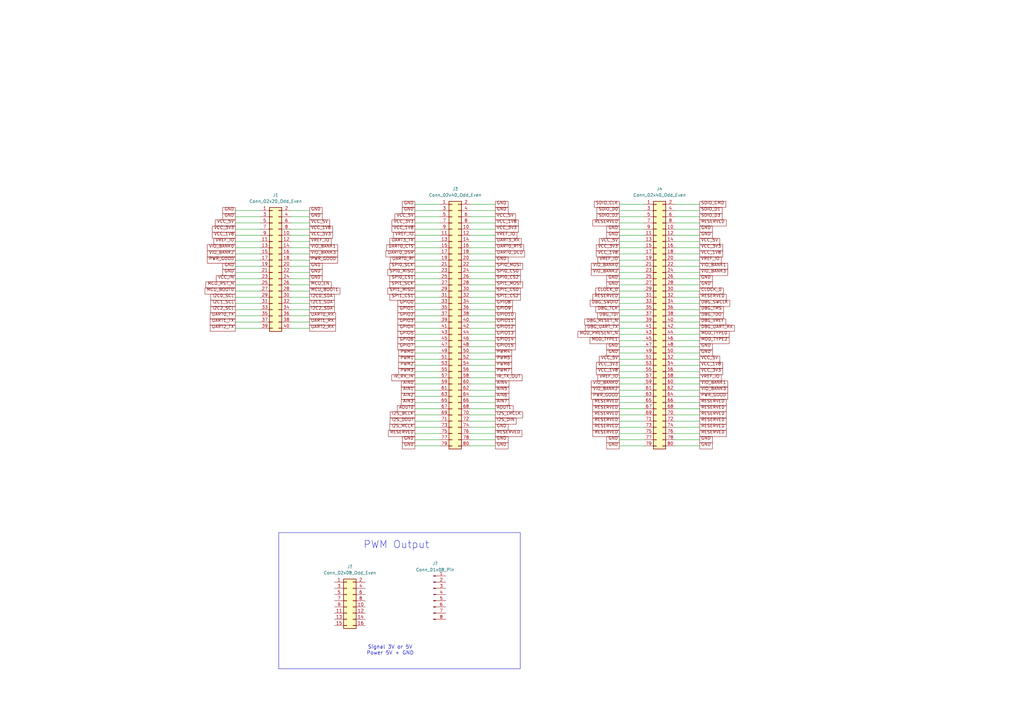
<source format=kicad_sch>
(kicad_sch (version 20250114) (generator "eeschema") (generator_version "9.0")
  (paper "A3")
  (title_block (date "2025-12-31") (rev "0.5") (company "Rapport Tecnologia"))
  (lib_symbols
    (symbol "Connector:Conn_01x08_Pin" (pin_names (offset 1.016) (hide yes))
      (property "Reference" "J" (at 0 10.16 0))
      (property "Value" "Conn_01x08_Pin" (at 0 -12.7 0))
      (symbol "Conn_01x08_Pin_1_1"
        (pin passive line (at 5.08 7.62 180) (length 3.81) (name "Pin_1") (number "1"))
        (pin passive line (at 5.08 5.08 180) (length 3.81) (name "Pin_2") (number "2"))
        (pin passive line (at 5.08 2.54 180) (length 3.81) (name "Pin_3") (number "3"))
        (pin passive line (at 5.08 0 180) (length 3.81) (name "Pin_4") (number "4"))
        (pin passive line (at 5.08 -2.54 180) (length 3.81) (name "Pin_5") (number "5"))
        (pin passive line (at 5.08 -5.08 180) (length 3.81) (name "Pin_6") (number "6"))
        (pin passive line (at 5.08 -7.62 180) (length 3.81) (name "Pin_7") (number "7"))
        (pin passive line (at 5.08 -10.16 180) (length 3.81) (name "Pin_8") (number "8"))
      )
    )
    (symbol "Connector_Generic:Conn_02x08_Odd_Even" (pin_names (offset 1.016) (hide yes))
      (property "Reference" "J" (at 1.27 10.16 0))
      (property "Value" "Conn_02x08_Odd_Even" (at 1.27 -12.7 0))
      (symbol "Conn_02x08_Odd_Even_1_1"
        (pin passive line (at -5.08 7.62 0) (length 3.81) (name "Pin_1") (number "1"))
        (pin passive line (at -5.08 5.08 0) (length 3.81) (name "Pin_3") (number "3"))
        (pin passive line (at -5.08 2.54 0) (length 3.81) (name "Pin_5") (number "5"))
        (pin passive line (at -5.08 0 0) (length 3.81) (name "Pin_7") (number "7"))
        (pin passive line (at -5.08 -2.54 0) (length 3.81) (name "Pin_9") (number "9"))
        (pin passive line (at -5.08 -5.08 0) (length 3.81) (name "Pin_11") (number "11"))
        (pin passive line (at -5.08 -7.62 0) (length 3.81) (name "Pin_13") (number "13"))
        (pin passive line (at -5.08 -10.16 0) (length 3.81) (name "Pin_15") (number "15"))
        (pin passive line (at 7.62 7.62 180) (length 3.81) (name "Pin_2") (number "2"))
        (pin passive line (at 7.62 5.08 180) (length 3.81) (name "Pin_4") (number "4"))
        (pin passive line (at 7.62 2.54 180) (length 3.81) (name "Pin_6") (number "6"))
        (pin passive line (at 7.62 0 180) (length 3.81) (name "Pin_8") (number "8"))
        (pin passive line (at 7.62 -2.54 180) (length 3.81) (name "Pin_10") (number "10"))
        (pin passive line (at 7.62 -5.08 180) (length 3.81) (name "Pin_12") (number "12"))
        (pin passive line (at 7.62 -7.62 180) (length 3.81) (name "Pin_14") (number "14"))
        (pin passive line (at 7.62 -10.16 180) (length 3.81) (name "Pin_16") (number "16"))
      )
    )
    (symbol "Connector_Generic:Conn_02x20_Odd_Even" (pin_names (offset 1.016) (hide yes))
      (property "Reference" "J" (at 1.27 25.4 0))
      (property "Value" "Conn_02x20_Odd_Even" (at 1.27 -27.94 0))
      (symbol "Conn_02x20_Odd_Even_1_1"
        (pin passive line (at -5.08 22.86 0) (length 3.81) (name "Pin_1") (number "1"))
        (pin passive line (at -5.08 20.32 0) (length 3.81) (name "Pin_3") (number "3"))
        (pin passive line (at -5.08 17.78 0) (length 3.81) (name "Pin_5") (number "5"))
        (pin passive line (at -5.08 15.24 0) (length 3.81) (name "Pin_7") (number "7"))
        (pin passive line (at -5.08 12.7 0) (length 3.81) (name "Pin_9") (number "9"))
        (pin passive line (at -5.08 10.16 0) (length 3.81) (name "Pin_11") (number "11"))
        (pin passive line (at -5.08 7.62 0) (length 3.81) (name "Pin_13") (number "13"))
        (pin passive line (at -5.08 5.08 0) (length 3.81) (name "Pin_15") (number "15"))
        (pin passive line (at -5.08 2.54 0) (length 3.81) (name "Pin_17") (number "17"))
        (pin passive line (at -5.08 0 0) (length 3.81) (name "Pin_19") (number "19"))
        (pin passive line (at -5.08 -2.54 0) (length 3.81) (name "Pin_21") (number "21"))
        (pin passive line (at -5.08 -5.08 0) (length 3.81) (name "Pin_23") (number "23"))
        (pin passive line (at -5.08 -7.62 0) (length 3.81) (name "Pin_25") (number "25"))
        (pin passive line (at -5.08 -10.16 0) (length 3.81) (name "Pin_27") (number "27"))
        (pin passive line (at -5.08 -12.7 0) (length 3.81) (name "Pin_29") (number "29"))
        (pin passive line (at -5.08 -15.24 0) (length 3.81) (name "Pin_31") (number "31"))
        (pin passive line (at -5.08 -17.78 0) (length 3.81) (name "Pin_33") (number "33"))
        (pin passive line (at -5.08 -20.32 0) (length 3.81) (name "Pin_35") (number "35"))
        (pin passive line (at -5.08 -22.86 0) (length 3.81) (name "Pin_37") (number "37"))
        (pin passive line (at -5.08 -25.4 0) (length 3.81) (name "Pin_39") (number "39"))
        (pin passive line (at 7.62 22.86 180) (length 3.81) (name "Pin_2") (number "2"))
        (pin passive line (at 7.62 20.32 180) (length 3.81) (name "Pin_4") (number "4"))
        (pin passive line (at 7.62 17.78 180) (length 3.81) (name "Pin_6") (number "6"))
        (pin passive line (at 7.62 15.24 180) (length 3.81) (name "Pin_8") (number "8"))
        (pin passive line (at 7.62 12.7 180) (length 3.81) (name "Pin_10") (number "10"))
        (pin passive line (at 7.62 10.16 180) (length 3.81) (name "Pin_12") (number "12"))
        (pin passive line (at 7.62 7.62 180) (length 3.81) (name "Pin_14") (number "14"))
        (pin passive line (at 7.62 5.08 180) (length 3.81) (name "Pin_16") (number "16"))
        (pin passive line (at 7.62 2.54 180) (length 3.81) (name "Pin_18") (number "18"))
        (pin passive line (at 7.62 0 180) (length 3.81) (name "Pin_20") (number "20"))
        (pin passive line (at 7.62 -2.54 180) (length 3.81) (name "Pin_22") (number "22"))
        (pin passive line (at 7.62 -5.08 180) (length 3.81) (name "Pin_24") (number "24"))
        (pin passive line (at 7.62 -7.62 180) (length 3.81) (name "Pin_26") (number "26"))
        (pin passive line (at 7.62 -10.16 180) (length 3.81) (name "Pin_28") (number "28"))
        (pin passive line (at 7.62 -12.7 180) (length 3.81) (name "Pin_30") (number "30"))
        (pin passive line (at 7.62 -15.24 180) (length 3.81) (name "Pin_32") (number "32"))
        (pin passive line (at 7.62 -17.78 180) (length 3.81) (name "Pin_34") (number "34"))
        (pin passive line (at 7.62 -20.32 180) (length 3.81) (name "Pin_36") (number "36"))
        (pin passive line (at 7.62 -22.86 180) (length 3.81) (name "Pin_38") (number "38"))
        (pin passive line (at 7.62 -25.4 180) (length 3.81) (name "Pin_40") (number "40"))
      )
    )
    (symbol "Connector_Generic:Conn_02x40_Odd_Even" (pin_names (offset 1.016) (hide yes))
      (property "Reference" "J" (at 1.27 50.8 0))
      (property "Value" "Conn_02x40_Odd_Even" (at 1.27 -53.34 0))
      (symbol "Conn_02x40_Odd_Even_1_1"
        (pin passive line (at -5.08 48.26 0) (length 3.81) (name "Pin_1") (number "1"))
        (pin passive line (at -5.08 45.72 0) (length 3.81) (name "Pin_3") (number "3"))
        (pin passive line (at -5.08 43.18 0) (length 3.81) (name "Pin_5") (number "5"))
        (pin passive line (at -5.08 40.64 0) (length 3.81) (name "Pin_7") (number "7"))
        (pin passive line (at -5.08 38.1 0) (length 3.81) (name "Pin_9") (number "9"))
        (pin passive line (at -5.08 35.56 0) (length 3.81) (name "Pin_11") (number "11"))
        (pin passive line (at -5.08 33.02 0) (length 3.81) (name "Pin_13") (number "13"))
        (pin passive line (at -5.08 30.48 0) (length 3.81) (name "Pin_15") (number "15"))
        (pin passive line (at -5.08 27.94 0) (length 3.81) (name "Pin_17") (number "17"))
        (pin passive line (at -5.08 25.4 0) (length 3.81) (name "Pin_19") (number "19"))
        (pin passive line (at -5.08 22.86 0) (length 3.81) (name "Pin_21") (number "21"))
        (pin passive line (at -5.08 20.32 0) (length 3.81) (name "Pin_23") (number "23"))
        (pin passive line (at -5.08 17.78 0) (length 3.81) (name "Pin_25") (number "25"))
        (pin passive line (at -5.08 15.24 0) (length 3.81) (name "Pin_27") (number "27"))
        (pin passive line (at -5.08 12.7 0) (length 3.81) (name "Pin_29") (number "29"))
        (pin passive line (at -5.08 10.16 0) (length 3.81) (name "Pin_31") (number "31"))
        (pin passive line (at -5.08 7.62 0) (length 3.81) (name "Pin_33") (number "33"))
        (pin passive line (at -5.08 5.08 0) (length 3.81) (name "Pin_35") (number "35"))
        (pin passive line (at -5.08 2.54 0) (length 3.81) (name "Pin_37") (number "37"))
        (pin passive line (at -5.08 0 0) (length 3.81) (name "Pin_39") (number "39"))
        (pin passive line (at -5.08 -2.54 0) (length 3.81) (name "Pin_41") (number "41"))
        (pin passive line (at -5.08 -5.08 0) (length 3.81) (name "Pin_43") (number "43"))
        (pin passive line (at -5.08 -7.62 0) (length 3.81) (name "Pin_45") (number "45"))
        (pin passive line (at -5.08 -10.16 0) (length 3.81) (name "Pin_47") (number "47"))
        (pin passive line (at -5.08 -12.7 0) (length 3.81) (name "Pin_49") (number "49"))
        (pin passive line (at -5.08 -15.24 0) (length 3.81) (name "Pin_51") (number "51"))
        (pin passive line (at -5.08 -17.78 0) (length 3.81) (name "Pin_53") (number "53"))
        (pin passive line (at -5.08 -20.32 0) (length 3.81) (name "Pin_55") (number "55"))
        (pin passive line (at -5.08 -22.86 0) (length 3.81) (name "Pin_57") (number "57"))
        (pin passive line (at -5.08 -25.4 0) (length 3.81) (name "Pin_59") (number "59"))
        (pin passive line (at -5.08 -27.94 0) (length 3.81) (name "Pin_61") (number "61"))
        (pin passive line (at -5.08 -30.48 0) (length 3.81) (name "Pin_63") (number "63"))
        (pin passive line (at -5.08 -33.02 0) (length 3.81) (name "Pin_65") (number "65"))
        (pin passive line (at -5.08 -35.56 0) (length 3.81) (name "Pin_67") (number "67"))
        (pin passive line (at -5.08 -38.1 0) (length 3.81) (name "Pin_69") (number "69"))
        (pin passive line (at -5.08 -40.64 0) (length 3.81) (name "Pin_71") (number "71"))
        (pin passive line (at -5.08 -43.18 0) (length 3.81) (name "Pin_73") (number "73"))
        (pin passive line (at -5.08 -45.72 0) (length 3.81) (name "Pin_75") (number "75"))
        (pin passive line (at -5.08 -48.26 0) (length 3.81) (name "Pin_77") (number "77"))
        (pin passive line (at -5.08 -50.8 0) (length 3.81) (name "Pin_79") (number "79"))
        (pin passive line (at 7.62 48.26 180) (length 3.81) (name "Pin_2") (number "2"))
        (pin passive line (at 7.62 45.72 180) (length 3.81) (name "Pin_4") (number "4"))
        (pin passive line (at 7.62 43.18 180) (length 3.81) (name "Pin_6") (number "6"))
        (pin passive line (at 7.62 40.64 180) (length 3.81) (name "Pin_8") (number "8"))
        (pin passive line (at 7.62 38.1 180) (length 3.81) (name "Pin_10") (number "10"))
        (pin passive line (at 7.62 35.56 180) (length 3.81) (name "Pin_12") (number "12"))
        (pin passive line (at 7.62 33.02 180) (length 3.81) (name "Pin_14") (number "14"))
        (pin passive line (at 7.62 30.48 180) (length 3.81) (name "Pin_16") (number "16"))
        (pin passive line (at 7.62 27.94 180) (length 3.81) (name "Pin_18") (number "18"))
        (pin passive line (at 7.62 25.4 180) (length 3.81) (name "Pin_20") (number "20"))
        (pin passive line (at 7.62 22.86 180) (length 3.81) (name "Pin_22") (number "22"))
        (pin passive line (at 7.62 20.32 180) (length 3.81) (name "Pin_24") (number "24"))
        (pin passive line (at 7.62 17.78 180) (length 3.81) (name "Pin_26") (number "26"))
        (pin passive line (at 7.62 15.24 180) (length 3.81) (name "Pin_28") (number "28"))
        (pin passive line (at 7.62 12.7 180) (length 3.81) (name "Pin_30") (number "30"))
        (pin passive line (at 7.62 10.16 180) (length 3.81) (name "Pin_32") (number "32"))
        (pin passive line (at 7.62 7.62 180) (length 3.81) (name "Pin_34") (number "34"))
        (pin passive line (at 7.62 5.08 180) (length 3.81) (name "Pin_36") (number "36"))
        (pin passive line (at 7.62 2.54 180) (length 3.81) (name "Pin_38") (number "38"))
        (pin passive line (at 7.62 0 180) (length 3.81) (name "Pin_40") (number "40"))
        (pin passive line (at 7.62 -2.54 180) (length 3.81) (name "Pin_42") (number "42"))
        (pin passive line (at 7.62 -5.08 180) (length 3.81) (name "Pin_44") (number "44"))
        (pin passive line (at 7.62 -7.62 180) (length 3.81) (name "Pin_46") (number "46"))
        (pin passive line (at 7.62 -10.16 180) (length 3.81) (name "Pin_48") (number "48"))
        (pin passive line (at 7.62 -12.7 180) (length 3.81) (name "Pin_50") (number "50"))
        (pin passive line (at 7.62 -15.24 180) (length 3.81) (name "Pin_52") (number "52"))
        (pin passive line (at 7.62 -17.78 180) (length 3.81) (name "Pin_54") (number "54"))
        (pin passive line (at 7.62 -20.32 180) (length 3.81) (name "Pin_56") (number "56"))
        (pin passive line (at 7.62 -22.86 180) (length 3.81) (name "Pin_58") (number "58"))
        (pin passive line (at 7.62 -25.4 180) (length 3.81) (name "Pin_60") (number "60"))
        (pin passive line (at 7.62 -27.94 180) (length 3.81) (name "Pin_62") (number "62"))
        (pin passive line (at 7.62 -30.48 180) (length 3.81) (name "Pin_64") (number "64"))
        (pin passive line (at 7.62 -33.02 180) (length 3.81) (name "Pin_66") (number "66"))
        (pin passive line (at 7.62 -35.56 180) (length 3.81) (name "Pin_68") (number "68"))
        (pin passive line (at 7.62 -38.1 180) (length 3.81) (name "Pin_70") (number "70"))
        (pin passive line (at 7.62 -40.64 180) (length 3.81) (name "Pin_72") (number "72"))
        (pin passive line (at 7.62 -43.18 180) (length 3.81) (name "Pin_74") (number "74"))
        (pin passive line (at 7.62 -45.72 180) (length 3.81) (name "Pin_76") (number "76"))
        (pin passive line (at 7.62 -48.26 180) (length 3.81) (name "Pin_78") (number "78"))
        (pin passive line (at 7.62 -50.8 180) (length 3.81) (name "Pin_80") (number "80"))
      )
    )
  )
  (rectangle (start 114.3 218.44) (end 213.36 274.32))
  (text "Signal 3V or 5V\nPower 5V + GND" (at 160.02 266.7 0) (effects (font (size 1.5 1.5))))
  (text "PWM Output" (at 162.56 223.52 0) (effects (font (size 3 3))))
  (wire (pts (xy 96.52 111.76) (xy 106.68 111.76)))
  (wire (pts (xy 276.86 119.38) (xy 287.02 119.38)))
  (wire (pts (xy 96.52 109.22) (xy 106.68 109.22)))
  (wire (pts (xy 119.38 114.3) (xy 127 114.3)))
  (wire (pts (xy 276.86 86.36) (xy 287.02 86.36)))
  (wire (pts (xy 276.86 157.48) (xy 287.02 157.48)))
  (wire (pts (xy 254 134.62) (xy 264.16 134.62)))
  (wire (pts (xy 276.86 167.64) (xy 287.02 167.64)))
  (wire (pts (xy 276.86 144.78) (xy 287.02 144.78)))
  (wire (pts (xy 254 93.98) (xy 264.16 93.98)))
  (wire (pts (xy 254 152.4) (xy 264.16 152.4)))
  (wire (pts (xy 254 88.9) (xy 264.16 88.9)))
  (wire (pts (xy 254 167.64) (xy 264.16 167.64)))
  (wire (pts (xy 193.04 167.64) (xy 203.2 167.64)))
  (wire (pts (xy 170.18 106.68) (xy 180.34 106.68)))
  (wire (pts (xy 170.18 124.46) (xy 180.34 124.46)))
  (wire (pts (xy 276.86 93.98) (xy 287.02 93.98)))
  (wire (pts (xy 276.86 132.08) (xy 287.02 132.08)))
  (wire (pts (xy 119.38 104.14) (xy 127 104.14)))
  (wire (pts (xy 254 170.18) (xy 264.16 170.18)))
  (wire (pts (xy 193.04 101.6) (xy 203.2 101.6)))
  (wire (pts (xy 276.86 134.62) (xy 287.02 134.62)))
  (wire (pts (xy 254 144.78) (xy 264.16 144.78)))
  (wire (pts (xy 119.38 129.54) (xy 127 129.54)))
  (wire (pts (xy 276.86 91.44) (xy 287.02 91.44)))
  (wire (pts (xy 193.04 109.22) (xy 203.2 109.22)))
  (wire (pts (xy 193.04 154.94) (xy 203.2 154.94)))
  (wire (pts (xy 119.38 134.62) (xy 127 134.62)))
  (wire (pts (xy 276.86 172.72) (xy 287.02 172.72)))
  (wire (pts (xy 170.18 91.44) (xy 180.34 91.44)))
  (wire (pts (xy 276.86 104.14) (xy 287.02 104.14)))
  (wire (pts (xy 170.18 182.88) (xy 180.34 182.88)))
  (wire (pts (xy 254 139.7) (xy 264.16 139.7)))
  (wire (pts (xy 170.18 111.76) (xy 180.34 111.76)))
  (wire (pts (xy 96.52 96.52) (xy 106.68 96.52)))
  (wire (pts (xy 276.86 182.88) (xy 287.02 182.88)))
  (wire (pts (xy 119.38 116.84) (xy 127 116.84)))
  (wire (pts (xy 170.18 175.26) (xy 180.34 175.26)))
  (wire (pts (xy 276.86 127) (xy 287.02 127)))
  (wire (pts (xy 254 154.94) (xy 264.16 154.94)))
  (wire (pts (xy 254 114.3) (xy 264.16 114.3)))
  (wire (pts (xy 193.04 139.7) (xy 203.2 139.7)))
  (wire (pts (xy 193.04 162.56) (xy 203.2 162.56)))
  (wire (pts (xy 193.04 170.18) (xy 203.2 170.18)))
  (wire (pts (xy 254 182.88) (xy 264.16 182.88)))
  (wire (pts (xy 193.04 114.3) (xy 203.2 114.3)))
  (wire (pts (xy 276.86 99.06) (xy 287.02 99.06)))
  (wire (pts (xy 193.04 149.86) (xy 203.2 149.86)))
  (wire (pts (xy 276.86 88.9) (xy 287.02 88.9)))
  (wire (pts (xy 276.86 170.18) (xy 287.02 170.18)))
  (wire (pts (xy 170.18 137.16) (xy 180.34 137.16)))
  (wire (pts (xy 254 162.56) (xy 264.16 162.56)))
  (wire (pts (xy 193.04 121.92) (xy 203.2 121.92)))
  (wire (pts (xy 96.52 101.6) (xy 106.68 101.6)))
  (wire (pts (xy 170.18 177.8) (xy 180.34 177.8)))
  (wire (pts (xy 254 157.48) (xy 264.16 157.48)))
  (wire (pts (xy 170.18 170.18) (xy 180.34 170.18)))
  (wire (pts (xy 119.38 121.92) (xy 127 121.92)))
  (wire (pts (xy 276.86 106.68) (xy 287.02 106.68)))
  (wire (pts (xy 254 124.46) (xy 264.16 124.46)))
  (wire (pts (xy 119.38 101.6) (xy 127 101.6)))
  (wire (pts (xy 119.38 86.36) (xy 127 86.36)))
  (wire (pts (xy 254 104.14) (xy 264.16 104.14)))
  (wire (pts (xy 170.18 134.62) (xy 180.34 134.62)))
  (wire (pts (xy 276.86 149.86) (xy 287.02 149.86)))
  (wire (pts (xy 193.04 99.06) (xy 203.2 99.06)))
  (wire (pts (xy 193.04 129.54) (xy 203.2 129.54)))
  (wire (pts (xy 170.18 104.14) (xy 180.34 104.14)))
  (wire (pts (xy 170.18 99.06) (xy 180.34 99.06)))
  (wire (pts (xy 276.86 175.26) (xy 287.02 175.26)))
  (wire (pts (xy 276.86 121.92) (xy 287.02 121.92)))
  (wire (pts (xy 193.04 147.32) (xy 203.2 147.32)))
  (wire (pts (xy 254 142.24) (xy 264.16 142.24)))
  (wire (pts (xy 254 106.68) (xy 264.16 106.68)))
  (wire (pts (xy 193.04 91.44) (xy 203.2 91.44)))
  (wire (pts (xy 276.86 116.84) (xy 287.02 116.84)))
  (wire (pts (xy 170.18 165.1) (xy 180.34 165.1)))
  (wire (pts (xy 119.38 119.38) (xy 127 119.38)))
  (wire (pts (xy 170.18 88.9) (xy 180.34 88.9)))
  (wire (pts (xy 276.86 114.3) (xy 287.02 114.3)))
  (wire (pts (xy 170.18 129.54) (xy 180.34 129.54)))
  (wire (pts (xy 96.52 127) (xy 106.68 127)))
  (wire (pts (xy 193.04 88.9) (xy 203.2 88.9)))
  (wire (pts (xy 170.18 180.34) (xy 180.34 180.34)))
  (wire (pts (xy 119.38 124.46) (xy 127 124.46)))
  (wire (pts (xy 254 99.06) (xy 264.16 99.06)))
  (wire (pts (xy 193.04 175.26) (xy 203.2 175.26)))
  (wire (pts (xy 96.52 121.92) (xy 106.68 121.92)))
  (wire (pts (xy 170.18 139.7) (xy 180.34 139.7)))
  (wire (pts (xy 254 86.36) (xy 264.16 86.36)))
  (wire (pts (xy 119.38 109.22) (xy 127 109.22)))
  (wire (pts (xy 276.86 111.76) (xy 287.02 111.76)))
  (wire (pts (xy 276.86 124.46) (xy 287.02 124.46)))
  (wire (pts (xy 276.86 154.94) (xy 287.02 154.94)))
  (wire (pts (xy 254 91.44) (xy 264.16 91.44)))
  (wire (pts (xy 254 116.84) (xy 264.16 116.84)))
  (wire (pts (xy 96.52 134.62) (xy 106.68 134.62)))
  (wire (pts (xy 119.38 99.06) (xy 127 99.06)))
  (wire (pts (xy 193.04 172.72) (xy 203.2 172.72)))
  (wire (pts (xy 170.18 114.3) (xy 180.34 114.3)))
  (wire (pts (xy 276.86 109.22) (xy 287.02 109.22)))
  (wire (pts (xy 119.38 106.68) (xy 127 106.68)))
  (wire (pts (xy 96.52 88.9) (xy 106.68 88.9)))
  (wire (pts (xy 193.04 165.1) (xy 203.2 165.1)))
  (wire (pts (xy 193.04 180.34) (xy 203.2 180.34)))
  (wire (pts (xy 254 137.16) (xy 264.16 137.16)))
  (wire (pts (xy 254 172.72) (xy 264.16 172.72)))
  (wire (pts (xy 96.52 132.08) (xy 106.68 132.08)))
  (wire (pts (xy 96.52 116.84) (xy 106.68 116.84)))
  (wire (pts (xy 170.18 172.72) (xy 180.34 172.72)))
  (wire (pts (xy 193.04 111.76) (xy 203.2 111.76)))
  (wire (pts (xy 254 121.92) (xy 264.16 121.92)))
  (wire (pts (xy 193.04 93.98) (xy 203.2 93.98)))
  (wire (pts (xy 119.38 132.08) (xy 127 132.08)))
  (wire (pts (xy 96.52 106.68) (xy 106.68 106.68)))
  (wire (pts (xy 193.04 83.82) (xy 203.2 83.82)))
  (wire (pts (xy 276.86 137.16) (xy 287.02 137.16)))
  (wire (pts (xy 193.04 119.38) (xy 203.2 119.38)))
  (wire (pts (xy 276.86 96.52) (xy 287.02 96.52)))
  (wire (pts (xy 193.04 142.24) (xy 203.2 142.24)))
  (wire (pts (xy 119.38 93.98) (xy 127 93.98)))
  (wire (pts (xy 193.04 157.48) (xy 203.2 157.48)))
  (wire (pts (xy 276.86 152.4) (xy 287.02 152.4)))
  (wire (pts (xy 276.86 83.82) (xy 287.02 83.82)))
  (wire (pts (xy 96.52 114.3) (xy 106.68 114.3)))
  (wire (pts (xy 276.86 139.7) (xy 287.02 139.7)))
  (wire (pts (xy 193.04 137.16) (xy 203.2 137.16)))
  (wire (pts (xy 119.38 111.76) (xy 127 111.76)))
  (wire (pts (xy 119.38 88.9) (xy 127 88.9)))
  (wire (pts (xy 170.18 132.08) (xy 180.34 132.08)))
  (wire (pts (xy 193.04 132.08) (xy 203.2 132.08)))
  (wire (pts (xy 96.52 124.46) (xy 106.68 124.46)))
  (wire (pts (xy 170.18 147.32) (xy 180.34 147.32)))
  (wire (pts (xy 170.18 86.36) (xy 180.34 86.36)))
  (wire (pts (xy 170.18 160.02) (xy 180.34 160.02)))
  (wire (pts (xy 254 119.38) (xy 264.16 119.38)))
  (wire (pts (xy 254 127) (xy 264.16 127)))
  (wire (pts (xy 276.86 162.56) (xy 287.02 162.56)))
  (wire (pts (xy 254 83.82) (xy 264.16 83.82)))
  (wire (pts (xy 193.04 134.62) (xy 203.2 134.62)))
  (wire (pts (xy 254 147.32) (xy 264.16 147.32)))
  (wire (pts (xy 254 165.1) (xy 264.16 165.1)))
  (wire (pts (xy 170.18 167.64) (xy 180.34 167.64)))
  (wire (pts (xy 254 109.22) (xy 264.16 109.22)))
  (wire (pts (xy 170.18 121.92) (xy 180.34 121.92)))
  (wire (pts (xy 193.04 104.14) (xy 203.2 104.14)))
  (wire (pts (xy 170.18 157.48) (xy 180.34 157.48)))
  (wire (pts (xy 119.38 96.52) (xy 127 96.52)))
  (wire (pts (xy 193.04 177.8) (xy 203.2 177.8)))
  (wire (pts (xy 96.52 99.06) (xy 106.68 99.06)))
  (wire (pts (xy 119.38 91.44) (xy 127 91.44)))
  (wire (pts (xy 170.18 149.86) (xy 180.34 149.86)))
  (wire (pts (xy 170.18 152.4) (xy 180.34 152.4)))
  (wire (pts (xy 170.18 154.94) (xy 180.34 154.94)))
  (wire (pts (xy 170.18 116.84) (xy 180.34 116.84)))
  (wire (pts (xy 276.86 101.6) (xy 287.02 101.6)))
  (wire (pts (xy 170.18 127) (xy 180.34 127)))
  (wire (pts (xy 193.04 144.78) (xy 203.2 144.78)))
  (wire (pts (xy 193.04 182.88) (xy 203.2 182.88)))
  (wire (pts (xy 254 129.54) (xy 264.16 129.54)))
  (wire (pts (xy 193.04 160.02) (xy 203.2 160.02)))
  (wire (pts (xy 170.18 93.98) (xy 180.34 93.98)))
  (wire (pts (xy 170.18 83.82) (xy 180.34 83.82)))
  (wire (pts (xy 276.86 142.24) (xy 287.02 142.24)))
  (wire (pts (xy 96.52 91.44) (xy 106.68 91.44)))
  (wire (pts (xy 254 175.26) (xy 264.16 175.26)))
  (wire (pts (xy 119.38 127) (xy 127 127)))
  (wire (pts (xy 254 160.02) (xy 264.16 160.02)))
  (wire (pts (xy 170.18 162.56) (xy 180.34 162.56)))
  (wire (pts (xy 254 180.34) (xy 264.16 180.34)))
  (wire (pts (xy 254 101.6) (xy 264.16 101.6)))
  (wire (pts (xy 193.04 106.68) (xy 203.2 106.68)))
  (wire (pts (xy 276.86 180.34) (xy 287.02 180.34)))
  (wire (pts (xy 276.86 160.02) (xy 287.02 160.02)))
  (wire (pts (xy 170.18 142.24) (xy 180.34 142.24)))
  (wire (pts (xy 96.52 93.98) (xy 106.68 93.98)))
  (wire (pts (xy 254 132.08) (xy 264.16 132.08)))
  (wire (pts (xy 254 96.52) (xy 264.16 96.52)))
  (wire (pts (xy 254 149.86) (xy 264.16 149.86)))
  (wire (pts (xy 193.04 116.84) (xy 203.2 116.84)))
  (wire (pts (xy 96.52 86.36) (xy 106.68 86.36)))
  (wire (pts (xy 193.04 96.52) (xy 203.2 96.52)))
  (wire (pts (xy 276.86 129.54) (xy 287.02 129.54)))
  (wire (pts (xy 254 111.76) (xy 264.16 111.76)))
  (wire (pts (xy 170.18 109.22) (xy 180.34 109.22)))
  (wire (pts (xy 254 177.8) (xy 264.16 177.8)))
  (wire (pts (xy 193.04 127) (xy 203.2 127)))
  (wire (pts (xy 96.52 129.54) (xy 106.68 129.54)))
  (wire (pts (xy 193.04 86.36) (xy 203.2 86.36)))
  (wire (pts (xy 276.86 147.32) (xy 287.02 147.32)))
  (wire (pts (xy 96.52 119.38) (xy 106.68 119.38)))
  (wire (pts (xy 170.18 96.52) (xy 180.34 96.52)))
  (wire (pts (xy 170.18 101.6) (xy 180.34 101.6)))
  (wire (pts (xy 170.18 144.78) (xy 180.34 144.78)))
  (wire (pts (xy 170.18 119.38) (xy 180.34 119.38)))
  (wire (pts (xy 193.04 152.4) (xy 203.2 152.4)))
  (wire (pts (xy 276.86 177.8) (xy 287.02 177.8)))
  (wire (pts (xy 96.52 104.14) (xy 106.68 104.14)))
  (wire (pts (xy 193.04 124.46) (xy 203.2 124.46)))
  (wire (pts (xy 276.86 165.1) (xy 287.02 165.1)))
  (global_label "PWM3" (shape passive) (at 170.18 152.4 180) (property "Intersheetrefs" "${INTERSHEET_REFS}" (effects (hide yes))))
  (global_label "RESERVED" (shape passive) (at 254 177.8 180) (property "Intersheetrefs" "${INTERSHEET_REFS}" (effects (hide yes))))
  (global_label "I2C1_SCL" (shape passive) (at 96.52 124.46 180) (property "Intersheetrefs" "${INTERSHEET_REFS}" (effects (hide yes))))
  (global_label "AOUT1" (shape passive) (at 203.2 167.64 0) (property "Intersheetrefs" "${INTERSHEET_REFS}" (effects (hide yes))))
  (global_label "GPIO3" (shape passive) (at 170.18 132.08 180) (property "Intersheetrefs" "${INTERSHEET_REFS}" (effects (hide yes))))
  (global_label "GPIO8" (shape passive) (at 203.2 124.46 0) (property "Intersheetrefs" "${INTERSHEET_REFS}" (effects (hide yes))))
  (global_label "GND" (shape passive) (at 127 114.3 0) (property "Intersheetrefs" "${INTERSHEET_REFS}" (effects (hide yes))))
  (global_label "MCU_BOOT0" (shape passive) (at 96.52 119.38 180) (property "Intersheetrefs" "${INTERSHEET_REFS}" (effects (hide yes))))
  (global_label "RESERVED" (shape passive) (at 254 167.64 180) (property "Intersheetrefs" "${INTERSHEET_REFS}" (effects (hide yes))))
  (global_label "RESERVED" (shape passive) (at 287.02 91.44 0) (property "Intersheetrefs" "${INTERSHEET_REFS}" (effects (hide yes))))
  (global_label "SPI0_MISO" (shape passive) (at 170.18 111.76 180) (property "Intersheetrefs" "${INTERSHEET_REFS}" (effects (hide yes))))
  (global_label "RESERVED" (shape passive) (at 287.02 170.18 0) (property "Intersheetrefs" "${INTERSHEET_REFS}" (effects (hide yes))))
  (global_label "PWR_GOOD" (shape passive) (at 127 106.68 0) (property "Intersheetrefs" "${INTERSHEET_REFS}" (effects (hide yes))))
  (global_label "GND" (shape passive) (at 96.52 109.22 180) (property "Intersheetrefs" "${INTERSHEET_REFS}" (effects (hide yes))))
  (global_label "RESERVED" (shape passive) (at 287.02 175.26 0) (property "Intersheetrefs" "${INTERSHEET_REFS}" (effects (hide yes))))
  (global_label "VCC_3V3" (shape passive) (at 287.02 152.4 0) (property "Intersheetrefs" "${INTERSHEET_REFS}" (effects (hide yes))))
  (global_label "RESERVED" (shape passive) (at 254 175.26 180) (property "Intersheetrefs" "${INTERSHEET_REFS}" (effects (hide yes))))
  (global_label "RESERVED" (shape passive) (at 287.02 165.1 0) (property "Intersheetrefs" "${INTERSHEET_REFS}" (effects (hide yes))))
  (global_label "GND" (shape passive) (at 96.52 111.76 180) (property "Intersheetrefs" "${INTERSHEET_REFS}" (effects (hide yes))))
  (global_label "PWM6" (shape passive) (at 203.2 149.86 0) (property "Intersheetrefs" "${INTERSHEET_REFS}" (effects (hide yes))))
  (global_label "UART2_TX" (shape passive) (at 96.52 134.62 180) (property "Intersheetrefs" "${INTERSHEET_REFS}" (effects (hide yes))))
  (global_label "RESERVED" (shape passive) (at 254 91.44 180) (property "Intersheetrefs" "${INTERSHEET_REFS}" (effects (hide yes))))
  (global_label "IR_TX_OUT" (shape passive) (at 203.2 154.94 0) (property "Intersheetrefs" "${INTERSHEET_REFS}" (effects (hide yes))))
  (global_label "MCU_EN" (shape passive) (at 127 116.84 0) (property "Intersheetrefs" "${INTERSHEET_REFS}" (effects (hide yes))))
  (global_label "VCC_1V8" (shape passive) (at 287.02 104.14 0) (property "Intersheetrefs" "${INTERSHEET_REFS}" (effects (hide yes))))
  (global_label "SDIO_D2" (shape passive) (at 254 88.9 180) (property "Intersheetrefs" "${INTERSHEET_REFS}" (effects (hide yes))))
  (global_label "GND" (shape passive) (at 254 142.24 180) (property "Intersheetrefs" "${INTERSHEET_REFS}" (effects (hide yes))))
  (global_label "VCC_5V" (shape passive) (at 96.52 91.44 180) (property "Intersheetrefs" "${INTERSHEET_REFS}" (effects (hide yes))))
  (global_label "GND" (shape passive) (at 254 144.78 180) (property "Intersheetrefs" "${INTERSHEET_REFS}" (effects (hide yes))))
  (global_label "GPIO9" (shape passive) (at 203.2 127 0) (property "Intersheetrefs" "${INTERSHEET_REFS}" (effects (hide yes))))
  (global_label "SPI0_SCK" (shape passive) (at 170.18 109.22 180) (property "Intersheetrefs" "${INTERSHEET_REFS}" (effects (hide yes))))
  (global_label "SDIO_D0" (shape passive) (at 254 86.36 180) (property "Intersheetrefs" "${INTERSHEET_REFS}" (effects (hide yes))))
  (global_label "I2C2_SDA" (shape passive) (at 127 127 0) (property "Intersheetrefs" "${INTERSHEET_REFS}" (effects (hide yes))))
  (global_label "VIO_BANK2" (shape passive) (at 254 160.02 180) (property "Intersheetrefs" "${INTERSHEET_REFS}" (effects (hide yes))))
  (global_label "I2S_BCLK" (shape passive) (at 170.18 170.18 180) (property "Intersheetrefs" "${INTERSHEET_REFS}" (effects (hide yes))))
  (global_label "SPI0_CS1" (shape passive) (at 170.18 114.3 180) (property "Intersheetrefs" "${INTERSHEET_REFS}" (effects (hide yes))))
  (global_label "VCC_5V" (shape passive) (at 287.02 99.06 0) (property "Intersheetrefs" "${INTERSHEET_REFS}" (effects (hide yes))))
  (global_label "UART1_RX" (shape passive) (at 127 132.08 0) (property "Intersheetrefs" "${INTERSHEET_REFS}" (effects (hide yes))))
  (global_label "VIO_BANK1" (shape passive) (at 287.02 109.22 0) (property "Intersheetrefs" "${INTERSHEET_REFS}" (effects (hide yes))))
  (global_label "GND" (shape passive) (at 254 114.3 180) (property "Intersheetrefs" "${INTERSHEET_REFS}" (effects (hide yes))))
  (global_label "SPI1_CS0" (shape passive) (at 203.2 119.38 0) (property "Intersheetrefs" "${INTERSHEET_REFS}" (effects (hide yes))))
  (global_label "AIN3" (shape passive) (at 170.18 165.1 180) (property "Intersheetrefs" "${INTERSHEET_REFS}" (effects (hide yes))))
  (global_label "VIO_BANK3" (shape passive) (at 127 104.14 0) (property "Intersheetrefs" "${INTERSHEET_REFS}" (effects (hide yes))))
  (global_label "I2C0_SCL" (shape passive) (at 96.52 121.92 180) (property "Intersheetrefs" "${INTERSHEET_REFS}" (effects (hide yes))))
  (global_label "VREF_IO" (shape passive) (at 170.18 96.52 180) (property "Intersheetrefs" "${INTERSHEET_REFS}" (effects (hide yes))))
  (global_label "GND" (shape passive) (at 254 93.98 180) (property "Intersheetrefs" "${INTERSHEET_REFS}" (effects (hide yes))))
  (global_label "UART0_TX" (shape passive) (at 96.52 129.54 180) (property "Intersheetrefs" "${INTERSHEET_REFS}" (effects (hide yes))))
  (global_label "RESERVED" (shape passive) (at 254 172.72 180) (property "Intersheetrefs" "${INTERSHEET_REFS}" (effects (hide yes))))
  (global_label "PWM1" (shape passive) (at 170.18 147.32 180) (property "Intersheetrefs" "${INTERSHEET_REFS}" (effects (hide yes))))
  (global_label "RESERVED" (shape passive) (at 170.18 177.8 180) (property "Intersheetrefs" "${INTERSHEET_REFS}" (effects (hide yes))))
  (global_label "GND" (shape passive) (at 287.02 142.24 0) (property "Intersheetrefs" "${INTERSHEET_REFS}" (effects (hide yes))))
  (global_label "VIO_BANK0" (shape passive) (at 254 157.48 180) (property "Intersheetrefs" "${INTERSHEET_REFS}" (effects (hide yes))))
  (global_label "GND" (shape passive) (at 287.02 114.3 0) (property "Intersheetrefs" "${INTERSHEET_REFS}" (effects (hide yes))))
  (global_label "GND" (shape passive) (at 203.2 175.26 0) (property "Intersheetrefs" "${INTERSHEET_REFS}" (effects (hide yes))))
  (global_label "SPI0_CS0" (shape passive) (at 203.2 111.76 0) (property "Intersheetrefs" "${INTERSHEET_REFS}" (effects (hide yes))))
  (global_label "GND" (shape passive) (at 127 111.76 0) (property "Intersheetrefs" "${INTERSHEET_REFS}" (effects (hide yes))))
  (global_label "VREF_IO" (shape passive) (at 254 106.68 180) (property "Intersheetrefs" "${INTERSHEET_REFS}" (effects (hide yes))))
  (global_label "VIO_BANK1" (shape passive) (at 127 101.6 0) (property "Intersheetrefs" "${INTERSHEET_REFS}" (effects (hide yes))))
  (global_label "GPIO7" (shape passive) (at 170.18 142.24 180) (property "Intersheetrefs" "${INTERSHEET_REFS}" (effects (hide yes))))
  (global_label "DBG_VREF" (shape passive) (at 287.02 132.08 0) (property "Intersheetrefs" "${INTERSHEET_REFS}" (effects (hide yes))))
  (global_label "VCC_5V" (shape passive) (at 127 91.44 0) (property "Intersheetrefs" "${INTERSHEET_REFS}" (effects (hide yes))))
  (global_label "GPIO1" (shape passive) (at 170.18 127 180) (property "Intersheetrefs" "${INTERSHEET_REFS}" (effects (hide yes))))
  (global_label "SPI0_MOSI" (shape passive) (at 203.2 109.22 0) (property "Intersheetrefs" "${INTERSHEET_REFS}" (effects (hide yes))))
  (global_label "VCC_1V8" (shape passive) (at 96.52 96.52 180) (property "Intersheetrefs" "${INTERSHEET_REFS}" (effects (hide yes))))
  (global_label "GPIO6" (shape passive) (at 170.18 139.7 180) (property "Intersheetrefs" "${INTERSHEET_REFS}" (effects (hide yes))))
  (global_label "UART0_DCD" (shape passive) (at 203.2 104.14 0) (property "Intersheetrefs" "${INTERSHEET_REFS}" (effects (hide yes))))
  (global_label "VREF_IO" (shape passive) (at 127 99.06 0) (property "Intersheetrefs" "${INTERSHEET_REFS}" (effects (hide yes))))
  (global_label "RESERVED" (shape passive) (at 287.02 121.92 0) (property "Intersheetrefs" "${INTERSHEET_REFS}" (effects (hide yes))))
  (global_label "AIN6" (shape passive) (at 203.2 162.56 0) (property "Intersheetrefs" "${INTERSHEET_REFS}" (effects (hide yes))))
  (global_label "DBG_TCK" (shape passive) (at 254 127 180) (property "Intersheetrefs" "${INTERSHEET_REFS}" (effects (hide yes))))
  (global_label "RESERVED" (shape passive) (at 287.02 177.8 0) (property "Intersheetrefs" "${INTERSHEET_REFS}" (effects (hide yes))))
  (global_label "SPI1_SCK" (shape passive) (at 170.18 116.84 180) (property "Intersheetrefs" "${INTERSHEET_REFS}" (effects (hide yes))))
  (global_label "PWR_GOOD" (shape passive) (at 287.02 162.56 0) (property "Intersheetrefs" "${INTERSHEET_REFS}" (effects (hide yes))))
  (global_label "GND" (shape passive) (at 127 86.36 0) (property "Intersheetrefs" "${INTERSHEET_REFS}" (effects (hide yes))))
  (global_label "GPIO11" (shape passive) (at 203.2 132.08 0) (property "Intersheetrefs" "${INTERSHEET_REFS}" (effects (hide yes))))
  (global_label "VCC_5V" (shape passive) (at 287.02 147.32 0) (property "Intersheetrefs" "${INTERSHEET_REFS}" (effects (hide yes))))
  (global_label "DBG_TDO" (shape passive) (at 287.02 129.54 0) (property "Intersheetrefs" "${INTERSHEET_REFS}" (effects (hide yes))))
  (global_label "GPIO14" (shape passive) (at 203.2 139.7 0) (property "Intersheetrefs" "${INTERSHEET_REFS}" (effects (hide yes))))
  (global_label "GND" (shape passive) (at 170.18 86.36 180) (property "Intersheetrefs" "${INTERSHEET_REFS}" (effects (hide yes))))
  (global_label "MOD_PRESENT_N" (shape passive) (at 254 137.16 180) (property "Intersheetrefs" "${INTERSHEET_REFS}" (effects (hide yes))))
  (global_label "GND" (shape passive) (at 170.18 182.88 180) (property "Intersheetrefs" "${INTERSHEET_REFS}" (effects (hide yes))))
  (global_label "RESERVED" (shape passive) (at 254 121.92 180) (property "Intersheetrefs" "${INTERSHEET_REFS}" (effects (hide yes))))
  (global_label "GND" (shape passive) (at 170.18 180.34 180) (property "Intersheetrefs" "${INTERSHEET_REFS}" (effects (hide yes))))
  (global_label "AIN1" (shape passive) (at 170.18 160.02 180) (property "Intersheetrefs" "${INTERSHEET_REFS}" (effects (hide yes))))
  (global_label "RESERVED" (shape passive) (at 254 170.18 180) (property "Intersheetrefs" "${INTERSHEET_REFS}" (effects (hide yes))))
  (global_label "PWM7" (shape passive) (at 203.2 152.4 0) (property "Intersheetrefs" "${INTERSHEET_REFS}" (effects (hide yes))))
  (global_label "GPIO13" (shape passive) (at 203.2 137.16 0) (property "Intersheetrefs" "${INTERSHEET_REFS}" (effects (hide yes))))
  (global_label "VCC_1V8" (shape passive) (at 287.02 149.86 0) (property "Intersheetrefs" "${INTERSHEET_REFS}" (effects (hide yes))))
  (global_label "VREF_IO" (shape passive) (at 203.2 96.52 0) (property "Intersheetrefs" "${INTERSHEET_REFS}" (effects (hide yes))))
  (global_label "SPI1_CS2" (shape passive) (at 203.2 121.92 0) (property "Intersheetrefs" "${INTERSHEET_REFS}" (effects (hide yes))))
  (global_label "VCC_1V8" (shape passive) (at 127 93.98 0) (property "Intersheetrefs" "${INTERSHEET_REFS}" (effects (hide yes))))
  (global_label "SPI1_MOSI" (shape passive) (at 203.2 116.84 0) (property "Intersheetrefs" "${INTERSHEET_REFS}" (effects (hide yes))))
  (global_label "GND" (shape passive) (at 254 116.84 180) (property "Intersheetrefs" "${INTERSHEET_REFS}" (effects (hide yes))))
  (global_label "VIO_BANK2" (shape passive) (at 96.52 104.14 180) (property "Intersheetrefs" "${INTERSHEET_REFS}" (effects (hide yes))))
  (global_label "VCC_5V" (shape passive) (at 203.2 88.9 0) (property "Intersheetrefs" "${INTERSHEET_REFS}" (effects (hide yes))))
  (global_label "GND" (shape passive) (at 287.02 96.52 0) (property "Intersheetrefs" "${INTERSHEET_REFS}" (effects (hide yes))))
  (global_label "RESERVED" (shape passive) (at 287.02 172.72 0) (property "Intersheetrefs" "${INTERSHEET_REFS}" (effects (hide yes))))
  (global_label "UART2_RX" (shape passive) (at 127 134.62 0) (property "Intersheetrefs" "${INTERSHEET_REFS}" (effects (hide yes))))
  (global_label "UART3_RX" (shape passive) (at 203.2 99.06 0) (property "Intersheetrefs" "${INTERSHEET_REFS}" (effects (hide yes))))
  (global_label "DBG_UART_RX" (shape passive) (at 287.02 134.62 0) (property "Intersheetrefs" "${INTERSHEET_REFS}" (effects (hide yes))))
  (global_label "VIO_BANK0" (shape passive) (at 96.52 101.6 180) (property "Intersheetrefs" "${INTERSHEET_REFS}" (effects (hide yes))))
  (global_label "VCC_1V8" (shape passive) (at 254 152.4 180) (property "Intersheetrefs" "${INTERSHEET_REFS}" (effects (hide yes))))
  (global_label "GND" (shape passive) (at 203.2 182.88 0) (property "Intersheetrefs" "${INTERSHEET_REFS}" (effects (hide yes))))
  (global_label "SPI1_CS1" (shape passive) (at 170.18 121.92 180) (property "Intersheetrefs" "${INTERSHEET_REFS}" (effects (hide yes))))
  (global_label "I2S_LRCLK" (shape passive) (at 203.2 170.18 0) (property "Intersheetrefs" "${INTERSHEET_REFS}" (effects (hide yes))))
  (global_label "VCC_3V3" (shape passive) (at 203.2 93.98 0) (property "Intersheetrefs" "${INTERSHEET_REFS}" (effects (hide yes))))
  (global_label "GPIO15" (shape passive) (at 203.2 142.24 0) (property "Intersheetrefs" "${INTERSHEET_REFS}" (effects (hide yes))))
  (global_label "GND" (shape passive) (at 127 88.9 0) (property "Intersheetrefs" "${INTERSHEET_REFS}" (effects (hide yes))))
  (global_label "I2S_DIN" (shape passive) (at 203.2 172.72 0) (property "Intersheetrefs" "${INTERSHEET_REFS}" (effects (hide yes))))
  (global_label "VREF_IO" (shape passive) (at 287.02 106.68 0) (property "Intersheetrefs" "${INTERSHEET_REFS}" (effects (hide yes))))
  (global_label "VCC_3V3" (shape passive) (at 96.52 93.98 180) (property "Intersheetrefs" "${INTERSHEET_REFS}" (effects (hide yes))))
  (global_label "GND" (shape passive) (at 287.02 180.34 0) (property "Intersheetrefs" "${INTERSHEET_REFS}" (effects (hide yes))))
  (global_label "VCC_1V8" (shape passive) (at 170.18 93.98 180) (property "Intersheetrefs" "${INTERSHEET_REFS}" (effects (hide yes))))
  (global_label "GPIO12" (shape passive) (at 203.2 134.62 0) (property "Intersheetrefs" "${INTERSHEET_REFS}" (effects (hide yes))))
  (global_label "PWR_GOOD" (shape passive) (at 96.52 106.68 180) (property "Intersheetrefs" "${INTERSHEET_REFS}" (effects (hide yes))))
  (global_label "SDIO_D3" (shape passive) (at 287.02 88.9 0) (property "Intersheetrefs" "${INTERSHEET_REFS}" (effects (hide yes))))
  (global_label "SPI0_CS2" (shape passive) (at 203.2 114.3 0) (property "Intersheetrefs" "${INTERSHEET_REFS}" (effects (hide yes))))
  (global_label "VCC_1V8" (shape passive) (at 203.2 91.44 0) (property "Intersheetrefs" "${INTERSHEET_REFS}" (effects (hide yes))))
  (global_label "MCU_RST_N" (shape passive) (at 96.52 116.84 180) (property "Intersheetrefs" "${INTERSHEET_REFS}" (effects (hide yes))))
  (global_label "MOD_TYPE0" (shape passive) (at 287.02 137.16 0) (property "Intersheetrefs" "${INTERSHEET_REFS}" (effects (hide yes))))
  (global_label "CLOCK_0" (shape passive) (at 254 119.38 180) (property "Intersheetrefs" "${INTERSHEET_REFS}" (effects (hide yes))))
  (global_label "UART3_TX" (shape passive) (at 170.18 99.06 180) (property "Intersheetrefs" "${INTERSHEET_REFS}" (effects (hide yes))))
  (global_label "I2S_DOUT" (shape passive) (at 170.18 172.72 180) (property "Intersheetrefs" "${INTERSHEET_REFS}" (effects (hide yes))))
  (global_label "VCC_3V3" (shape passive) (at 127 96.52 0) (property "Intersheetrefs" "${INTERSHEET_REFS}" (effects (hide yes))))
  (global_label "AOUT0" (shape passive) (at 170.18 167.64 180) (property "Intersheetrefs" "${INTERSHEET_REFS}" (effects (hide yes))))
  (global_label "GND" (shape passive) (at 287.02 116.84 0) (property "Intersheetrefs" "${INTERSHEET_REFS}" (effects (hide yes))))
  (global_label "GPIO10" (shape passive) (at 203.2 129.54 0) (property "Intersheetrefs" "${INTERSHEET_REFS}" (effects (hide yes))))
  (global_label "DBG_UART_TX" (shape passive) (at 254 134.62 180) (property "Intersheetrefs" "${INTERSHEET_REFS}" (effects (hide yes))))
  (global_label "SDIO_CLK" (shape passive) (at 254 83.82 180) (property "Intersheetrefs" "${INTERSHEET_REFS}" (effects (hide yes))))
  (global_label "MOD_TYPE1" (shape passive) (at 254 139.7 180) (property "Intersheetrefs" "${INTERSHEET_REFS}" (effects (hide yes))))
  (global_label "GND" (shape passive) (at 254 182.88 180) (property "Intersheetrefs" "${INTERSHEET_REFS}" (effects (hide yes))))
  (global_label "DBG_SWCLK" (shape passive) (at 287.02 124.46 0) (property "Intersheetrefs" "${INTERSHEET_REFS}" (effects (hide yes))))
  (global_label "VCC_3V3" (shape passive) (at 254 101.6 180) (property "Intersheetrefs" "${INTERSHEET_REFS}" (effects (hide yes))))
  (global_label "GND" (shape passive) (at 96.52 86.36 180) (property "Intersheetrefs" "${INTERSHEET_REFS}" (effects (hide yes))))
  (global_label "I2C0_SDA" (shape passive) (at 127 121.92 0) (property "Intersheetrefs" "${INTERSHEET_REFS}" (effects (hide yes))))
  (global_label "AIN0" (shape passive) (at 170.18 157.48 180) (property "Intersheetrefs" "${INTERSHEET_REFS}" (effects (hide yes))))
  (global_label "IR_RX_IN" (shape passive) (at 170.18 154.94 180) (property "Intersheetrefs" "${INTERSHEET_REFS}" (effects (hide yes))))
  (global_label "PWR_GOOD" (shape passive) (at 254 162.56 180) (property "Intersheetrefs" "${INTERSHEET_REFS}" (effects (hide yes))))
  (global_label "PWM2" (shape passive) (at 170.18 149.86 180) (property "Intersheetrefs" "${INTERSHEET_REFS}" (effects (hide yes))))
  (global_label "VCC_IN" (shape passive) (at 96.52 114.3 180) (property "Intersheetrefs" "${INTERSHEET_REFS}" (effects (hide yes))))
  (global_label "I2C1_SDA" (shape passive) (at 127 124.46 0) (property "Intersheetrefs" "${INTERSHEET_REFS}" (effects (hide yes))))
  (global_label "VIO_BANK2" (shape passive) (at 254 111.76 180) (property "Intersheetrefs" "${INTERSHEET_REFS}" (effects (hide yes))))
  (global_label "SDIO_D1" (shape passive) (at 287.02 86.36 0) (property "Intersheetrefs" "${INTERSHEET_REFS}" (effects (hide yes))))
  (global_label "PWM5" (shape passive) (at 203.2 147.32 0) (property "Intersheetrefs" "${INTERSHEET_REFS}" (effects (hide yes))))
  (global_label "UART0_RI" (shape passive) (at 170.18 106.68 180) (property "Intersheetrefs" "${INTERSHEET_REFS}" (effects (hide yes))))
  (global_label "GND" (shape passive) (at 287.02 182.88 0) (property "Intersheetrefs" "${INTERSHEET_REFS}" (effects (hide yes))))
  (global_label "PWM0" (shape passive) (at 170.18 144.78 180) (property "Intersheetrefs" "${INTERSHEET_REFS}" (effects (hide yes))))
  (global_label "VIO_BANK1" (shape passive) (at 287.02 157.48 0) (property "Intersheetrefs" "${INTERSHEET_REFS}" (effects (hide yes))))
  (global_label "GPIO0" (shape passive) (at 170.18 124.46 180) (property "Intersheetrefs" "${INTERSHEET_REFS}" (effects (hide yes))))
  (global_label "GPIO5" (shape passive) (at 170.18 137.16 180) (property "Intersheetrefs" "${INTERSHEET_REFS}" (effects (hide yes))))
  (global_label "AIN5" (shape passive) (at 203.2 160.02 0) (property "Intersheetrefs" "${INTERSHEET_REFS}" (effects (hide yes))))
  (global_label "VCC_5V" (shape passive) (at 254 147.32 180) (property "Intersheetrefs" "${INTERSHEET_REFS}" (effects (hide yes))))
  (global_label "VREF_IO" (shape passive) (at 254 154.94 180) (property "Intersheetrefs" "${INTERSHEET_REFS}" (effects (hide yes))))
  (global_label "VREF_IO" (shape passive) (at 96.52 99.06 180) (property "Intersheetrefs" "${INTERSHEET_REFS}" (effects (hide yes))))
  (global_label "GND" (shape passive) (at 203.2 180.34 0) (property "Intersheetrefs" "${INTERSHEET_REFS}" (effects (hide yes))))
  (global_label "RESERVED" (shape passive) (at 254 165.1 180) (property "Intersheetrefs" "${INTERSHEET_REFS}" (effects (hide yes))))
  (global_label "I2C2_SCL" (shape passive) (at 96.52 127 180) (property "Intersheetrefs" "${INTERSHEET_REFS}" (effects (hide yes))))
  (global_label "VIO_BANK3" (shape passive) (at 287.02 160.02 0) (property "Intersheetrefs" "${INTERSHEET_REFS}" (effects (hide yes))))
  (global_label "AIN7" (shape passive) (at 203.2 165.1 0) (property "Intersheetrefs" "${INTERSHEET_REFS}" (effects (hide yes))))
  (global_label "VIO_BANK0" (shape passive) (at 254 109.22 180) (property "Intersheetrefs" "${INTERSHEET_REFS}" (effects (hide yes))))
  (global_label "GND" (shape passive) (at 254 180.34 180) (property "Intersheetrefs" "${INTERSHEET_REFS}" (effects (hide yes))))
  (global_label "GND" (shape passive) (at 203.2 86.36 0) (property "Intersheetrefs" "${INTERSHEET_REFS}" (effects (hide yes))))
  (global_label "UART0_CTS" (shape passive) (at 170.18 101.6 180) (property "Intersheetrefs" "${INTERSHEET_REFS}" (effects (hide yes))))
  (global_label "CLOCK_0" (shape passive) (at 287.02 119.38 0) (property "Intersheetrefs" "${INTERSHEET_REFS}" (effects (hide yes))))
  (global_label "VCC_5V" (shape passive) (at 254 99.06 180) (property "Intersheetrefs" "${INTERSHEET_REFS}" (effects (hide yes))))
  (global_label "DBG_RESET_N" (shape passive) (at 254 132.08 180) (property "Intersheetrefs" "${INTERSHEET_REFS}" (effects (hide yes))))
  (global_label "VIO_BANK3" (shape passive) (at 287.02 111.76 0) (property "Intersheetrefs" "${INTERSHEET_REFS}" (effects (hide yes))))
  (global_label "VCC_1V8" (shape passive) (at 254 104.14 180) (property "Intersheetrefs" "${INTERSHEET_REFS}" (effects (hide yes))))
  (global_label "GND" (shape passive) (at 127 109.22 0) (property "Intersheetrefs" "${INTERSHEET_REFS}" (effects (hide yes))))
  (global_label "GPIO4" (shape passive) (at 170.18 134.62 180) (property "Intersheetrefs" "${INTERSHEET_REFS}" (effects (hide yes))))
  (global_label "UART0_RX" (shape passive) (at 127 129.54 0) (property "Intersheetrefs" "${INTERSHEET_REFS}" (effects (hide yes))))
  (global_label "UART0_RTS" (shape passive) (at 203.2 101.6 0) (property "Intersheetrefs" "${INTERSHEET_REFS}" (effects (hide yes))))
  (global_label "SDIO_CMD" (shape passive) (at 287.02 83.82 0) (property "Intersheetrefs" "${INTERSHEET_REFS}" (effects (hide yes))))
  (global_label "MOD_TYPE2" (shape passive) (at 287.02 139.7 0) (property "Intersheetrefs" "${INTERSHEET_REFS}" (effects (hide yes))))
  (global_label "GPIO2" (shape passive) (at 170.18 129.54 180) (property "Intersheetrefs" "${INTERSHEET_REFS}" (effects (hide yes))))
  (global_label "DBG_TDI" (shape passive) (at 254 129.54 180) (property "Intersheetrefs" "${INTERSHEET_REFS}" (effects (hide yes))))
  (global_label "RESERVED" (shape passive) (at 203.2 177.8 0) (property "Intersheetrefs" "${INTERSHEET_REFS}" (effects (hide yes))))
  (global_label "RESERVED" (shape passive) (at 287.02 167.64 0) (property "Intersheetrefs" "${INTERSHEET_REFS}" (effects (hide yes))))
  (global_label "GND" (shape passive) (at 203.2 106.68 0) (property "Intersheetrefs" "${INTERSHEET_REFS}" (effects (hide yes))))
  (global_label "MCU_BOOT1" (shape passive) (at 127 119.38 0) (property "Intersheetrefs" "${INTERSHEET_REFS}" (effects (hide yes))))
  (global_label "UART1_TX" (shape passive) (at 96.52 132.08 180) (property "Intersheetrefs" "${INTERSHEET_REFS}" (effects (hide yes))))
  (global_label "DBG_TMS" (shape passive) (at 287.02 127 0) (property "Intersheetrefs" "${INTERSHEET_REFS}" (effects (hide yes))))
  (global_label "PWM4" (shape passive) (at 203.2 144.78 0) (property "Intersheetrefs" "${INTERSHEET_REFS}" (effects (hide yes))))
  (global_label "VCC_3V3" (shape passive) (at 287.02 101.6 0) (property "Intersheetrefs" "${INTERSHEET_REFS}" (effects (hide yes))))
  (global_label "VCC_5V" (shape passive) (at 170.18 88.9 180) (property "Intersheetrefs" "${INTERSHEET_REFS}" (effects (hide yes))))
  (global_label "VREF_IO" (shape passive) (at 287.02 154.94 0) (property "Intersheetrefs" "${INTERSHEET_REFS}" (effects (hide yes))))
  (global_label "I2S_MCLK" (shape passive) (at 170.18 175.26 180) (property "Intersheetrefs" "${INTERSHEET_REFS}" (effects (hide yes))))
  (global_label "SPI1_MISO" (shape passive) (at 170.18 119.38 180) (property "Intersheetrefs" "${INTERSHEET_REFS}" (effects (hide yes))))
  (global_label "VCC_3V3" (shape passive) (at 254 149.86 180) (property "Intersheetrefs" "${INTERSHEET_REFS}" (effects (hide yes))))
  (global_label "VCC_3V3" (shape passive) (at 170.18 91.44 180) (property "Intersheetrefs" "${INTERSHEET_REFS}" (effects (hide yes))))
  (global_label "DBG_SWDIO" (shape passive) (at 254 124.46 180) (property "Intersheetrefs" "${INTERSHEET_REFS}" (effects (hide yes))))
  (global_label "GND" (shape passive) (at 96.52 88.9 180) (property "Intersheetrefs" "${INTERSHEET_REFS}" (effects (hide yes))))
  (global_label "GND" (shape passive) (at 287.02 93.98 0) (property "Intersheetrefs" "${INTERSHEET_REFS}" (effects (hide yes))))
  (global_label "AIN2" (shape passive) (at 170.18 162.56 180) (property "Intersheetrefs" "${INTERSHEET_REFS}" (effects (hide yes))))
  (global_label "GND" (shape passive) (at 287.02 144.78 0) (property "Intersheetrefs" "${INTERSHEET_REFS}" (effects (hide yes))))
  (global_label "UART0_DSR" (shape passive) (at 170.18 104.14 180) (property "Intersheetrefs" "${INTERSHEET_REFS}" (effects (hide yes))))
  (global_label "AIN4" (shape passive) (at 203.2 157.48 0) (property "Intersheetrefs" "${INTERSHEET_REFS}" (effects (hide yes))))
  (global_label "GND" (shape passive) (at 203.2 83.82 0) (property "Intersheetrefs" "${INTERSHEET_REFS}" (effects (hide yes))))
  (global_label "GND" (shape passive) (at 254 96.52 180) (property "Intersheetrefs" "${INTERSHEET_REFS}" (effects (hide yes))))
  (global_label "GND" (shape passive) (at 170.18 83.82 180) (property "Intersheetrefs" "${INTERSHEET_REFS}" (effects (hide yes))))
  (symbol (lib_id "Connector_Generic:Conn_02x20_Odd_Even") (at 111.76 109.22 0) (unit 1)
    (property "Reference" "J1" (at 113.03 80.01 0))
    (property "Value" "Conn_02x20_Odd_Even" (at 113.03 82.55 0))
    (property "Description" "Generic connector, double row, 02x20, odd/even pin numbering scheme (row 1 odd numbers, row 2 even numbers), script generated (kicad-library-utils/schlib/autogen/connector/)" (effects (hide yes)))
  )
  (symbol (lib_id "Connector_Generic:Conn_02x40_Odd_Even") (at 185.42 132.08 0) (unit 1)
    (property "Reference" "J3" (at 186.69 77.47 0))
    (property "Value" "Conn_02x40_Odd_Even" (at 186.69 80.01 0))
    (property "Description" "Generic connector, double row, 02x40, odd/even pin numbering scheme (row 1 odd numbers, row 2 even numbers), script generated (kicad-library-utils/schlib/autogen/connector/)" (effects (hide yes)))
  )
  (symbol (lib_id "Connector:Conn_01x08_Pin") (at 177.8 243.84 0) (unit 1)
    (property "Reference" "J?" (at 178.435 231.14 0))
    (property "Value" "Conn_01x08_Pin" (at 178.435 233.68 0))
    (property "Description" "Generic connector, single row, 01x08, script generated - PWM Signal" (effects (hide yes)))
  )
  (symbol (lib_id "Connector_Generic:Conn_02x08_Odd_Even") (at 142.24 246.38 0) (unit 1)
    (property "Reference" "J?" (at 143.51 232.41 0))
    (property "Value" "Conn_02x08_Odd_Even" (at 143.51 234.95 0))
    (property "Description" "Generic connector, double row, 02x08, odd/even pin numbering scheme (row 1 odd numbers, row 2 even numbers), script generated (kicad-library-utils/schlib/autogen/connector/) - Power 5V" (effects (hide yes)))
  )
  (symbol (lib_id "Connector_Generic:Conn_02x40_Odd_Even") (at 269.24 132.08 0) (unit 1)
    (property "Reference" "J4" (at 270.51 77.47 0))
    (property "Value" "Conn_02x40_Odd_Even" (at 270.51 80.01 0))
    (property "Description" "Generic connector, double row, 02x40, odd/even pin numbering scheme (row 1 odd numbers, row 2 even numbers), script generated (kicad-library-utils/schlib/autogen/connector/)" (effects (hide yes)))
  )
)
</source>
